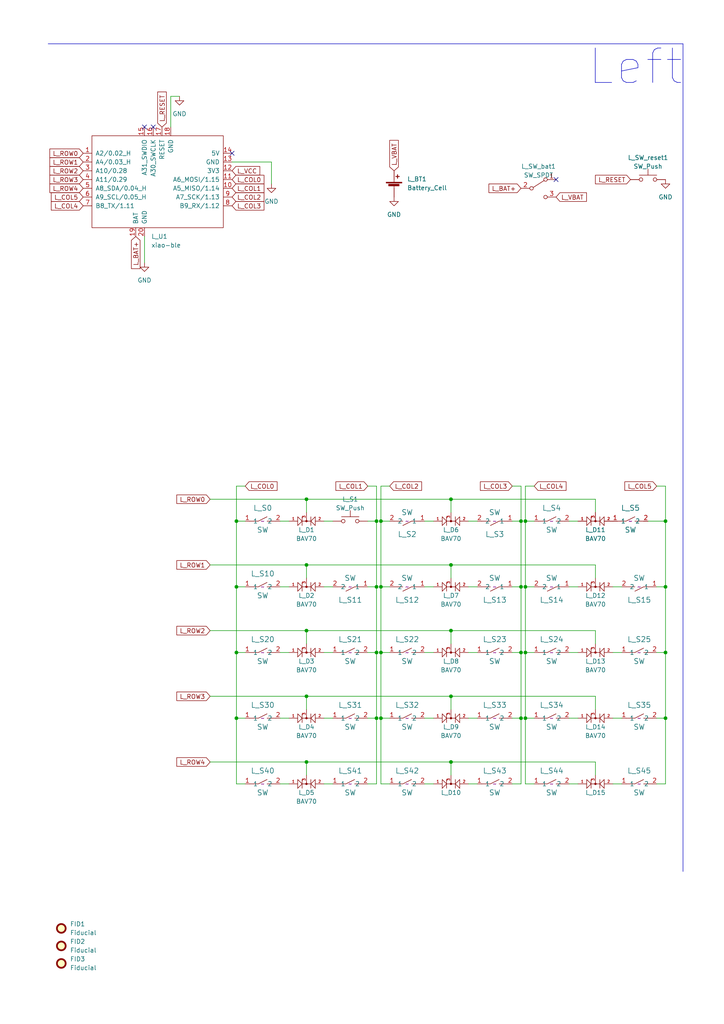
<source format=kicad_sch>
(kicad_sch (version 20230121) (generator eeschema)
  (paper "A4" portrait)
  (lib_symbols
    (symbol "Device:Battery_Cell" (pin_numbers hide) (pin_names (offset 0) hide)
      (property "Reference" "BT" (at 2.54 2.54 0))
      (property "Value" "Battery_Cell" (at 2.54 0 0))
      (symbol "Battery_Cell_0_1"
        (rectangle (start -2.286 1.778) (end 2.286 1.524) (fill (type outline)))
        (rectangle (start -1.5748 1.1938) (end 1.4732 0.6858) (fill (type outline)))
        (polyline (pts (xy 0 0.762) (xy 0 0)))
        (polyline (pts (xy 0 1.778) (xy 0 2.54)))
        (polyline (pts (xy 0.508 3.429) (xy 1.524 3.429)) (stroke (width 0.254)))
        (polyline (pts (xy 1.016 3.937) (xy 1.016 2.921)) (stroke (width 0.254)))
      )
      (symbol "Battery_Cell_1_1"
        (pin passive line (at 0 5.08 270) (length 2.54) (name "+") (number "1"))
        (pin passive line (at 0 -2.54 90) (length 2.54) (name "-") (number "2"))
      )
    )
    (symbol "Mechanical:Fiducial"
      (property "Reference" "FID" (at 0 5.08 0))
      (property "Value" "Fiducial" (at 0 3.175 0))
      (symbol "Fiducial_0_1"
        (circle (center 0 0) (radius 1.27) (stroke (width 0.508)) (fill (type background)))
      )
    )
    (symbol "Switch:SW_Push" (pin_numbers hide) (pin_names (offset 1.016) hide)
      (property "Reference" "SW" (at 1.27 2.54 0))
      (property "Value" "SW_Push" (at 0 -1.524 0))
      (symbol "SW_Push_0_1"
        (circle (center -2.032 0) (radius 0.508))
        (polyline (pts (xy 0 1.27) (xy 0 3.048)))
        (polyline (pts (xy 2.54 1.27) (xy -2.54 1.27)))
        (circle (center 2.032 0) (radius 0.508))
        (pin passive line (at -5.08 0 0) (length 2.54) (name "1") (number "1"))
        (pin passive line (at 5.08 0 180) (length 2.54) (name "2") (number "2"))
      )
    )
    (symbol "Switch:SW_SPDT" (pin_names (offset 0) hide)
      (property "Reference" "SW" (at 0 4.318 0))
      (property "Value" "SW_SPDT" (at 0 -5.08 0))
      (symbol "SW_SPDT_0_0"
        (circle (center -2.032 0) (radius 0.508))
        (circle (center 2.032 -2.54) (radius 0.508))
      )
      (symbol "SW_SPDT_0_1"
        (polyline (pts (xy -1.524 0.254) (xy 1.651 2.286)))
        (circle (center 2.032 2.54) (radius 0.508))
      )
      (symbol "SW_SPDT_1_1"
        (pin passive line (at 5.08 2.54 180) (length 2.54) (name "A") (number "1"))
        (pin passive line (at -5.08 0 0) (length 2.54) (name "B") (number "2"))
        (pin passive line (at 5.08 -2.54 180) (length 2.54) (name "C") (number "3"))
      )
    )
    (symbol "YAEMK:MX_1U" (pin_names (offset 1.016))
      (property "Reference" "S" (at 0 -2.54 0))
      (property "Value" "MX_1U" (at 0 3.81 0))
      (symbol "MX_1U_1_1"
        (polyline (pts (xy 2.54 0) (xy 1.27 0)))
        (polyline (pts (xy 3.81 0) (xy 2.54 0)))
        (polyline (pts (xy 1.27 1.27) (xy -1.27 0) (xy -3.81 0)))
        (pin bidirectional line (at -5.08 0 0) (length 1.27) (name "1") (number "1"))
        (pin bidirectional line (at 5.08 0 180) (length 1.27) (name "2") (number "2"))
      )
    )
    (symbol "hillside_basic:BAV70_Small" (pin_names (offset 0.762) hide)
      (property "Reference" "D" (at 0.635 -2.54 0))
      (property "Value" "BAV70_Small" (at 0 2.54 0))
      (symbol "BAV70_Small_0_1"
        (polyline (pts (xy -1.27 1.27) (xy -1.27 -1.27)))
        (polyline (pts (xy 1.27 0) (xy -1.27 0)))
        (polyline (pts (xy 1.27 1.27) (xy 1.27 -1.27)))
        (polyline (pts (xy -2.54 1.27) (xy -2.54 -1.27) (xy -1.27 0) (xy -2.54 1.27)))
        (polyline (pts (xy 2.54 1.27) (xy 2.54 -1.27) (xy 1.27 0) (xy 2.54 1.27)))
        (circle (center 0 0) (radius 0.254) (fill (type outline)))
      )
      (symbol "BAV70_Small_1_1"
        (pin input line (at -5.08 0 0) (length 2.54) (name "A1") (number "1"))
        (pin input line (at 5.08 0 180) (length 2.54) (name "A2") (number "2"))
        (pin passive line (at 0 -2.54 90) (length 2.54) (name "K") (number "3"))
      )
    )
    (symbol "power:GND" (power) (pin_names (offset 0))
      (property "Value" "GND" (at 0 -3.81 0))
      (symbol "GND_0_1"
        (polyline (pts (xy 0 0) (xy 0 -1.27) (xy 1.27 -1.27) (xy 0 -2.54) (xy -1.27 -1.27) (xy 0 -1.27)))
      )
      (symbol "GND_1_1"
        (pin power_in line (at 0 0 270) (length 0) hide (name "GND") (number "1"))
      )
    )
    (symbol "sepp:xiao-ble-geist" (pin_names (offset 1.016))
      (property "Reference" "U1" (at -19.304 17.78 0))
      (property "Value" "xiao-ble" (at -19.304 15.24 0))
      (symbol "xiao-ble-geist_0_1"
        (rectangle (start -19.05 12.7) (end 19.05 -13.97))
      )
      (symbol "xiao-ble-geist_1_1"
        (pin bidirectional line (at -21.59 7.62 0) (length 2.54) (name "A2/0.02_H") (number "1"))
        (pin bidirectional line (at 21.59 -2.54 180) (length 2.54) (name "A5_MISO/1.14") (number "10"))
        (pin bidirectional line (at 21.59 0 180) (length 2.54) (name "A6_MOSI/1.15") (number "11"))
        (pin power_out line (at 21.59 2.54 180) (length 2.54) (name "3V3") (number "12"))
        (pin power_out line (at 21.59 5.08 180) (length 2.54) (name "GND") (number "13"))
        (pin power_out line (at 21.59 7.62 180) (length 2.54) (name "5V") (number "14"))
        (pin input line (at -3.81 15.24 270) (length 2.54) (name "A31_SWDIO") (number "15"))
        (pin input line (at -1.27 15.24 270) (length 2.54) (name "A30_SWCLK") (number "16"))
        (pin input line (at 1.27 15.24 270) (length 2.54) (name "RESET") (number "17"))
        (pin power_out line (at 3.81 15.24 270) (length 2.54) (name "GND") (number "18"))
        (pin bidirectional line (at -6.35 -16.51 90) (length 2.54) (name "BAT") (number "19"))
        (pin bidirectional line (at -21.59 5.08 0) (length 2.54) (name "A4/0.03_H") (number "2"))
        (pin power_out line (at -3.81 -16.51 90) (length 2.54) (name "GND") (number "20"))
        (pin bidirectional line (at -21.59 2.54 0) (length 2.54) (name "A10/0.28") (number "3"))
        (pin bidirectional line (at -21.59 0 0) (length 2.54) (name "A11/0.29") (number "4"))
        (pin bidirectional line (at -21.59 -2.54 0) (length 2.54) (name "A8_SDA/0.04_H") (number "5"))
        (pin bidirectional line (at -21.59 -5.08 0) (length 2.54) (name "A9_SCL/0.05_H") (number "6"))
        (pin bidirectional line (at -21.59 -7.62 0) (length 2.54) (name "B8_TX/1.11") (number "7"))
        (pin bidirectional line (at 21.59 -7.62 180) (length 2.54) (name "B9_RX/1.12") (number "8"))
        (pin bidirectional line (at 21.59 -5.08 180) (length 2.54) (name "A7_SCK/1.13") (number "9"))
      )
    )
  )
  (junction (at 152.4 151.13))
  (junction (at 88.9 182.88))
  (junction (at 151.13 170.18))
  (junction (at 68.58 170.18))
  (junction (at 88.9 144.78))
  (junction (at 109.22 208.28))
  (junction (at 151.13 189.23))
  (junction (at 152.4 189.23))
  (junction (at 130.81 182.88))
  (junction (at 193.04 151.13))
  (junction (at 110.49 189.23))
  (junction (at 130.81 144.78))
  (junction (at 68.58 189.23))
  (junction (at 68.58 151.13))
  (junction (at 152.4 208.28))
  (junction (at 130.81 220.98))
  (junction (at 109.22 170.18))
  (junction (at 88.9 220.98))
  (junction (at 193.04 170.18))
  (junction (at 110.49 151.13))
  (junction (at 109.22 189.23))
  (junction (at 193.04 189.23))
  (junction (at 151.13 151.13))
  (junction (at 151.13 208.28))
  (junction (at 110.49 170.18))
  (junction (at 130.81 201.93))
  (junction (at 68.58 208.28))
  (junction (at 193.04 208.28))
  (junction (at 130.81 163.83))
  (junction (at 88.9 201.93))
  (junction (at 109.22 151.13))
  (junction (at 110.49 208.28))
  (junction (at 152.4 170.18))
  (junction (at 88.9 163.83))
  (no_connect (at 161.29 52.07))
  (no_connect (at 67.31 44.45))
  (no_connect (at 41.91 36.83))
  (no_connect (at 44.45 36.83))
  (bus_entry (at 236.22 228.6) (size 2.54 2.54))
  (wire (pts (xy 88.9 144.78) (xy 130.81 144.78)))
  (wire (pts (xy 110.49 208.28) (xy 110.49 189.23)))
  (wire (pts (xy 193.04 140.97) (xy 190.5 140.97)))
  (wire (pts (xy 148.59 208.28) (xy 151.13 208.28)))
  (wire (pts (xy 110.49 151.13) (xy 110.49 140.97)))
  (wire (pts (xy 152.4 208.28) (xy 154.94 208.28)))
  (wire (pts (xy 110.49 170.18) (xy 110.49 151.13)))
  (wire (pts (xy 68.58 208.28) (xy 68.58 227.33)))
  (wire (pts (xy 190.5 227.33) (xy 193.04 227.33)))
  (wire (pts (xy 154.94 227.33) (xy 152.4 227.33)))
  (wire (pts (xy 109.22 151.13) (xy 109.22 140.97)))
  (wire (pts (xy 68.58 208.28) (xy 71.12 208.28)))
  (wire (pts (xy 152.4 170.18) (xy 154.94 170.18)))
  (wire (pts (xy 88.9 182.88) (xy 130.81 182.88)))
  (wire (pts (xy 130.81 220.98) (xy 130.81 224.79)))
  (wire (pts (xy 68.58 189.23) (xy 71.12 189.23)))
  (wire (pts (xy 68.58 227.33) (xy 71.12 227.33)))
  (wire (pts (xy 110.49 151.13) (xy 113.03 151.13)))
  (wire (pts (xy 106.68 189.23) (xy 109.22 189.23)))
  (wire (pts (xy 135.89 227.33) (xy 138.43 227.33)))
  (wire (pts (xy 190.5 189.23) (xy 193.04 189.23)))
  (wire (pts (xy 110.49 189.23) (xy 110.49 170.18)))
  (wire (pts (xy 109.22 208.28) (xy 109.22 227.33)))
  (wire (pts (xy 68.58 151.13) (xy 71.12 151.13)))
  (wire (pts (xy 88.9 163.83) (xy 88.9 167.64)))
  (wire (pts (xy 177.8 189.23) (xy 180.34 189.23)))
  (wire (pts (xy 151.13 151.13) (xy 151.13 140.97)))
  (wire (pts (xy 110.49 227.33) (xy 113.03 227.33)))
  (wire (pts (xy 68.58 170.18) (xy 71.12 170.18)))
  (wire (pts (xy 165.1 189.23) (xy 167.64 189.23)))
  (wire (pts (xy 193.04 189.23) (xy 193.04 170.18)))
  (wire (pts (xy 135.89 208.28) (xy 138.43 208.28)))
  (wire (pts (xy 88.9 201.93) (xy 88.9 205.74)))
  (wire (pts (xy 151.13 140.97) (xy 148.59 140.97)))
  (wire (pts (xy 93.98 189.23) (xy 96.52 189.23)))
  (wire (pts (xy 130.81 182.88) (xy 130.81 186.69)))
  (wire (pts (xy 172.72 182.88) (xy 172.72 186.69)))
  (wire (pts (xy 123.19 227.33) (xy 125.73 227.33)))
  (wire (pts (xy 172.72 220.98) (xy 172.72 224.79)))
  (wire (pts (xy 110.49 170.18) (xy 113.03 170.18)))
  (wire (pts (xy 190.5 208.28) (xy 193.04 208.28)))
  (wire (pts (xy 165.1 208.28) (xy 167.64 208.28)))
  (wire (pts (xy 81.28 227.33) (xy 83.82 227.33)))
  (wire (pts (xy 68.58 189.23) (xy 68.58 170.18)))
  (wire (pts (xy 130.81 144.78) (xy 130.81 148.59)))
  (wire (pts (xy 165.1 151.13) (xy 167.64 151.13)))
  (wire (pts (xy 130.81 182.88) (xy 172.72 182.88)))
  (wire (pts (xy 177.8 227.33) (xy 180.34 227.33)))
  (wire (pts (xy 151.13 208.28) (xy 151.13 189.23)))
  (wire (pts (xy 60.96 201.93) (xy 88.9 201.93)))
  (wire (pts (xy 93.98 151.13) (xy 96.52 151.13)))
  (wire (pts (xy 109.22 189.23) (xy 109.22 170.18)))
  (wire (pts (xy 172.72 201.93) (xy 172.72 205.74)))
  (wire (pts (xy 193.04 208.28) (xy 193.04 189.23)))
  (wire (pts (xy 52.07 27.94) (xy 49.53 27.94)))
  (wire (pts (xy 123.19 151.13) (xy 125.73 151.13)))
  (wire (pts (xy 60.96 182.88) (xy 88.9 182.88)))
  (wire (pts (xy 152.4 189.23) (xy 152.4 170.18)))
  (wire (pts (xy 41.91 76.2) (xy 41.91 68.58)))
  (wire (pts (xy 88.9 144.78) (xy 88.9 148.59)))
  (wire (pts (xy 130.81 144.78) (xy 172.72 144.78)))
  (wire (pts (xy 148.59 227.33) (xy 151.13 227.33)))
  (wire (pts (xy 187.96 151.13) (xy 193.04 151.13)))
  (wire (pts (xy 123.19 208.28) (xy 125.73 208.28)))
  (wire (pts (xy 177.8 208.28) (xy 180.34 208.28)))
  (wire (pts (xy 151.13 227.33) (xy 151.13 208.28)))
  (wire (pts (xy 190.5 170.18) (xy 193.04 170.18)))
  (wire (pts (xy 135.89 151.13) (xy 138.43 151.13)))
  (wire (pts (xy 81.28 208.28) (xy 83.82 208.28)))
  (wire (pts (xy 81.28 151.13) (xy 83.82 151.13)))
  (wire (pts (xy 109.22 227.33) (xy 106.68 227.33)))
  (wire (pts (xy 148.59 189.23) (xy 151.13 189.23)))
  (polyline (pts (xy 198.12 252.73) (xy 198.12 12.7)))
  (wire (pts (xy 109.22 140.97) (xy 106.68 140.97)))
  (wire (pts (xy 123.19 189.23) (xy 125.73 189.23)))
  (wire (pts (xy 110.49 208.28) (xy 110.49 227.33)))
  (wire (pts (xy 68.58 151.13) (xy 68.58 140.97)))
  (wire (pts (xy 130.81 220.98) (xy 172.72 220.98)))
  (wire (pts (xy 193.04 151.13) (xy 193.04 170.18)))
  (wire (pts (xy 135.89 189.23) (xy 138.43 189.23)))
  (wire (pts (xy 93.98 227.33) (xy 96.52 227.33)))
  (wire (pts (xy 152.4 170.18) (xy 152.4 151.13)))
  (wire (pts (xy 60.96 220.98) (xy 88.9 220.98)))
  (wire (pts (xy 60.96 144.78) (xy 88.9 144.78)))
  (wire (pts (xy 109.22 170.18) (xy 109.22 151.13)))
  (wire (pts (xy 151.13 170.18) (xy 151.13 151.13)))
  (wire (pts (xy 152.4 189.23) (xy 154.94 189.23)))
  (wire (pts (xy 130.81 163.83) (xy 130.81 167.64)))
  (wire (pts (xy 68.58 170.18) (xy 68.58 151.13)))
  (wire (pts (xy 152.4 151.13) (xy 152.4 140.97)))
  (wire (pts (xy 93.98 170.18) (xy 96.52 170.18)))
  (wire (pts (xy 81.28 189.23) (xy 83.82 189.23)))
  (wire (pts (xy 130.81 201.93) (xy 130.81 205.74)))
  (wire (pts (xy 68.58 208.28) (xy 68.58 189.23)))
  (wire (pts (xy 165.1 170.18) (xy 167.64 170.18)))
  (wire (pts (xy 106.68 151.13) (xy 109.22 151.13)))
  (wire (pts (xy 172.72 144.78) (xy 172.72 148.59)))
  (wire (pts (xy 130.81 163.83) (xy 172.72 163.83)))
  (wire (pts (xy 148.59 151.13) (xy 151.13 151.13)))
  (wire (pts (xy 106.68 170.18) (xy 109.22 170.18)))
  (wire (pts (xy 78.74 46.99) (xy 67.31 46.99)))
  (wire (pts (xy 60.96 163.83) (xy 88.9 163.83)))
  (wire (pts (xy 106.68 208.28) (xy 109.22 208.28)))
  (wire (pts (xy 130.81 201.93) (xy 172.72 201.93)))
  (wire (pts (xy 123.19 170.18) (xy 125.73 170.18)))
  (wire (pts (xy 177.8 170.18) (xy 180.34 170.18)))
  (wire (pts (xy 81.28 170.18) (xy 83.82 170.18)))
  (wire (pts (xy 110.49 140.97) (xy 113.03 140.97)))
  (wire (pts (xy 88.9 182.88) (xy 88.9 186.69)))
  (wire (pts (xy 193.04 140.97) (xy 193.04 151.13)))
  (wire (pts (xy 152.4 227.33) (xy 152.4 208.28)))
  (wire (pts (xy 88.9 201.93) (xy 130.81 201.93)))
  (wire (pts (xy 88.9 163.83) (xy 130.81 163.83)))
  (wire (pts (xy 49.53 27.94) (xy 49.53 36.83)))
  (wire (pts (xy 152.4 151.13) (xy 154.94 151.13)))
  (wire (pts (xy 88.9 220.98) (xy 88.9 224.79)))
  (wire (pts (xy 110.49 208.28) (xy 113.03 208.28)))
  (wire (pts (xy 93.98 208.28) (xy 96.52 208.28)))
  (wire (pts (xy 110.49 189.23) (xy 113.03 189.23)))
  (wire (pts (xy 151.13 189.23) (xy 151.13 170.18)))
  (wire (pts (xy 152.4 208.28) (xy 152.4 189.23)))
  (wire (pts (xy 68.58 140.97) (xy 71.12 140.97)))
  (wire (pts (xy 193.04 227.33) (xy 193.04 208.28)))
  (wire (pts (xy 88.9 220.98) (xy 130.81 220.98)))
  (wire (pts (xy 165.1 227.33) (xy 167.64 227.33)))
  (wire (pts (xy 109.22 208.28) (xy 109.22 189.23)))
  (wire (pts (xy 78.74 53.34) (xy 78.74 46.99)))
  (wire (pts (xy 135.89 170.18) (xy 138.43 170.18)))
  (wire (pts (xy 152.4 140.97) (xy 154.94 140.97)))
  (wire (pts (xy 148.59 170.18) (xy 151.13 170.18)))
  (wire (pts (xy 172.72 163.83) (xy 172.72 167.64)))
  (polyline (pts (xy 13.97 12.7) (xy 198.12 12.7)))
  (text "Left" (at 170.18 25.4 0) (effects (font (size 10 10)) (justify left bottom)))
  (global_label "L_COL2" (shape input) (at 113.03 140.97 0) (property "Intersheetrefs" "${INTERSHEET_REFS}" (effects hide)) (property "Referenzen zwischen Schaltplänen" "${INTERSHEET_REFS}" (effects hide)))
  (global_label "L_VCC" (shape input) (at 67.31 49.53 0) (property "Intersheetrefs" "${INTERSHEET_REFS}" (effects hide)))
  (global_label "L_ROW0" (shape input) (at 60.96 144.78 180) (property "Intersheetrefs" "${INTERSHEET_REFS}" (effects hide)) (property "Referenzen zwischen Schaltplänen" "${INTERSHEET_REFS}" (effects hide)))
  (global_label "L_ROW2" (shape input) (at 24.13 49.53 180) (property "Intersheetrefs" "${INTERSHEET_REFS}" (effects hide)))
  (global_label "L_ROW3" (shape input) (at 60.96 201.93 180) (property "Intersheetrefs" "${INTERSHEET_REFS}" (effects hide)) (property "Referenzen zwischen Schaltplänen" "${INTERSHEET_REFS}" (effects hide)))
  (global_label "L_COL5" (shape input) (at 190.5 140.97 180) (property "Intersheetrefs" "${INTERSHEET_REFS}" (effects hide)) (property "Referenzen zwischen Schaltplänen" "${INTERSHEET_REFS}" (effects hide)))
  (global_label "L_ROW1" (shape input) (at 60.96 163.83 180) (property "Intersheetrefs" "${INTERSHEET_REFS}" (effects hide)) (property "Referenzen zwischen Schaltplänen" "${INTERSHEET_REFS}" (effects hide)))
  (global_label "L_ROW0" (shape input) (at 24.13 44.45 180) (property "Intersheetrefs" "${INTERSHEET_REFS}" (effects hide)))
  (global_label "L_RESET" (shape input) (at 182.88 52.07 180) (property "Intersheetrefs" "${INTERSHEET_REFS}" (effects hide)))
  (global_label "L_VBAT" (shape input) (at 114.3 49.53 90) (property "Intersheetrefs" "${INTERSHEET_REFS}" (effects hide)))
  (global_label "L_COL1" (shape input) (at 67.31 54.61 0) (property "Intersheetrefs" "${INTERSHEET_REFS}" (effects hide)))
  (global_label "L_ROW4" (shape input) (at 60.96 220.98 180) (property "Intersheetrefs" "${INTERSHEET_REFS}" (effects hide)) (property "Referenzen zwischen Schaltplänen" "${INTERSHEET_REFS}" (effects hide)))
  (global_label "L_COL0" (shape input) (at 71.12 140.97 0) (property "Intersheetrefs" "${INTERSHEET_REFS}" (effects hide)) (property "Referenzen zwischen Schaltplänen" "${INTERSHEET_REFS}" (effects hide)))
  (global_label "L_VBAT" (shape input) (at 161.29 57.15 0) (property "Intersheetrefs" "${INTERSHEET_REFS}" (effects hide)))
  (global_label "L_ROW4" (shape input) (at 24.13 54.61 180) (property "Intersheetrefs" "${INTERSHEET_REFS}" (effects hide)))
  (global_label "L_COL1" (shape input) (at 106.68 140.97 180) (property "Intersheetrefs" "${INTERSHEET_REFS}" (effects hide)) (property "Referenzen zwischen Schaltplänen" "${INTERSHEET_REFS}" (effects hide)))
  (global_label "L_ROW2" (shape input) (at 60.96 182.88 180) (property "Intersheetrefs" "${INTERSHEET_REFS}" (effects hide)) (property "Referenzen zwischen Schaltplänen" "${INTERSHEET_REFS}" (effects hide)))
  (global_label "L_COL3" (shape input) (at 148.59 140.97 180) (property "Intersheetrefs" "${INTERSHEET_REFS}" (effects hide)) (property "Referenzen zwischen Schaltplänen" "${INTERSHEET_REFS}" (effects hide)))
  (global_label "L_COL4" (shape input) (at 24.13 59.69 180) (property "Intersheetrefs" "${INTERSHEET_REFS}" (effects hide)))
  (global_label "L_COL2" (shape input) (at 67.31 57.15 0) (property "Intersheetrefs" "${INTERSHEET_REFS}" (effects hide)))
  (global_label "L_COL0" (shape input) (at 67.31 52.07 0) (property "Intersheetrefs" "${INTERSHEET_REFS}" (effects hide)))
  (global_label "L_BAT+" (shape input) (at 39.37 68.58 270) (property "Intersheetrefs" "${INTERSHEET_REFS}" (effects hide)))
  (global_label "L_COL3" (shape input) (at 67.31 59.69 0) (property "Intersheetrefs" "${INTERSHEET_REFS}" (effects hide)))
  (global_label "L_RESET" (shape input) (at 46.99 36.83 90) (property "Intersheetrefs" "${INTERSHEET_REFS}" (effects hide)))
  (global_label "L_ROW3" (shape input) (at 24.13 52.07 180) (property "Intersheetrefs" "${INTERSHEET_REFS}" (effects hide)))
  (global_label "L_ROW1" (shape input) (at 24.13 46.99 180) (property "Intersheetrefs" "${INTERSHEET_REFS}" (effects hide)))
  (global_label "L_COL4" (shape input) (at 154.94 140.97 0) (property "Intersheetrefs" "${INTERSHEET_REFS}" (effects hide)) (property "Referenzen zwischen Schaltplänen" "${INTERSHEET_REFS}" (effects hide)))
  (global_label "L_COL5" (shape input) (at 24.13 57.15 180) (property "Intersheetrefs" "${INTERSHEET_REFS}" (effects hide)))
  (global_label "L_BAT+" (shape input) (at 151.13 54.61 180) (property "Intersheetrefs" "${INTERSHEET_REFS}" (effects hide)))
  (symbol (lib_id "hillside_basic:BAV70_Small") (at 130.81 189.23 0) (mirror x) (unit 1)
    (property "Reference" "L_D8" (at 130.81 191.77 0))
    (property "Value" "BAV70" (at 130.81 194.31 0))
    (property "Footprint" "Package_TO_SOT_SMD:SOT-23" (effects hide))
    (property "Datasheet" "https://assets.nexperia.com/documents/data-sheet/BAV70_SER.pdf" (effects hide))
  )
  (symbol (lib_id "YAEMK:MX_1U") (at 185.42 170.18 180) (unit 1)
    (property "Reference" "L_S15" (at 185.42 173.99 0) (effects (font (size 1.524 1.524))))
    (property "Value" "SW" (at 185.42 167.64 0) (effects (font (size 1.524 1.524))))
    (property "Footprint" "pretty:MX-1U-Hotswap" (effects hide))
    (property "Datasheet" "~" (at 185.42 170.18 0) (effects (font (size 1.524 1.524))))
    (property "JLCPCB BOM" "0" (effects hide))
  )
  (symbol (lib_id "YAEMK:MX_1U") (at 160.02 151.13 0) (unit 1)
    (property "Reference" "L_S4" (at 160.02 147.32 0) (effects (font (size 1.524 1.524))))
    (property "Value" "SW" (at 160.02 153.67 0) (effects (font (size 1.524 1.524))))
    (property "Footprint" "pretty:MX-1U-Hotswap" (effects hide))
    (property "Datasheet" "~" (at 160.02 151.13 0) (effects (font (size 1.524 1.524))))
    (property "JLCPCB BOM" "0" (effects hide))
  )
  (symbol (lib_id "sepp:xiao-ble-geist") (at 45.72 52.07 0) (unit 1)
    (property "Reference" "L_U1" (at 43.8659 68.58 0) (effects (justify left)))
    (property "Value" "xiao-ble" (at 43.8659 71.12 0) (effects (justify left)))
    (property "Footprint" "pretty:xiao-ble-smd-cutout" (effects hide))
  )
  (symbol (lib_id "YAEMK:MX_1U") (at 76.2 208.28 0) (unit 1)
    (property "Reference" "L_S30" (at 76.2 204.47 0) (effects (font (size 1.524 1.524))))
    (property "Value" "SW" (at 76.2 210.82 0) (effects (font (size 1.524 1.524))))
    (property "Footprint" "pretty:MX-1U-Hotswap" (effects hide))
    (property "Datasheet" "~" (at 76.2 208.28 0) (effects (font (size 1.524 1.524))))
    (property "JLCPCB BOM" "0" (effects hide))
  )
  (symbol (lib_id "hillside_basic:BAV70_Small") (at 88.9 227.33 0) (mirror x) (unit 1)
    (property "Reference" "L_D5" (at 88.9 229.87 0))
    (property "Value" "BAV70" (at 88.9 232.41 0))
    (property "Footprint" "Package_TO_SOT_SMD:SOT-23" (effects hide))
    (property "Datasheet" "https://assets.nexperia.com/documents/data-sheet/BAV70_SER.pdf" (effects hide))
  )
  (symbol (lib_id "power:GND") (at 52.07 27.94 0) (unit 1)
    (property "Reference" "#PWR07" (effects hide))
    (property "Value" "GND" (at 52.07 33.02 0))
  )
  (symbol (lib_id "YAEMK:MX_1U") (at 101.6 189.23 0) (unit 1)
    (property "Reference" "L_S21" (at 101.6 185.42 0) (effects (font (size 1.524 1.524))))
    (property "Value" "SW" (at 101.6 191.77 0) (effects (font (size 1.524 1.524))))
    (property "Footprint" "pretty:MX-1U-Hotswap" (effects hide))
    (property "Datasheet" "~" (at 101.6 189.23 0) (effects (font (size 1.524 1.524))))
    (property "JLCPCB BOM" "0" (effects hide))
  )
  (symbol (lib_id "YAEMK:MX_1U") (at 118.11 170.18 180) (unit 1)
    (property "Reference" "L_S12" (at 118.11 173.99 0) (effects (font (size 1.524 1.524))))
    (property "Value" "SW" (at 118.11 167.64 0) (effects (font (size 1.524 1.524))))
    (property "Footprint" "pretty:MX-1U-Hotswap" (effects hide))
    (property "Datasheet" "~" (at 118.11 170.18 0) (effects (font (size 1.524 1.524))))
    (property "JLCPCB BOM" "0" (effects hide))
  )
  (symbol (lib_id "power:GND") (at 78.74 53.34 0) (unit 1)
    (property "Reference" "#PWR08" (effects hide))
    (property "Value" "GND" (at 78.74 58.42 0))
  )
  (symbol (lib_id "hillside_basic:BAV70_Small") (at 130.81 151.13 0) (mirror x) (unit 1)
    (property "Reference" "L_D6" (at 130.81 153.67 0))
    (property "Value" "BAV70" (at 130.81 156.21 0))
    (property "Footprint" "Package_TO_SOT_SMD:SOT-23" (effects hide))
    (property "Datasheet" "https://assets.nexperia.com/documents/data-sheet/BAV70_SER.pdf" (effects hide))
  )
  (symbol (lib_id "YAEMK:MX_1U") (at 101.6 227.33 0) (unit 1)
    (property "Reference" "L_S41" (at 101.6 223.52 0) (effects (font (size 1.524 1.524))))
    (property "Value" "SW" (at 101.6 229.87 0) (effects (font (size 1.524 1.524))))
    (property "Footprint" "pretty:MX-1U-Hotswap" (effects hide))
    (property "Datasheet" "~" (at 101.6 227.33 0) (effects (font (size 1.524 1.524))))
    (property "JLCPCB BOM" "0" (effects hide))
  )
  (symbol (lib_id "YAEMK:MX_1U") (at 182.88 151.13 0) (unit 1)
    (property "Reference" "L_S5" (at 182.88 147.32 0) (effects (font (size 1.524 1.524))))
    (property "Value" "SW" (at 182.88 153.67 0) (effects (font (size 1.524 1.524))))
    (property "Footprint" "pretty:MX-1U-Hotswap" (effects hide))
    (property "Datasheet" "~" (at 182.88 151.13 0) (effects (font (size 1.524 1.524))))
    (property "JLCPCB BOM" "0" (effects hide))
  )
  (symbol (lib_id "YAEMK:MX_1U") (at 143.51 189.23 0) (unit 1)
    (property "Reference" "L_S23" (at 143.51 185.42 0) (effects (font (size 1.524 1.524))))
    (property "Value" "SW" (at 143.51 191.77 0) (effects (font (size 1.524 1.524))))
    (property "Footprint" "pretty:MX-1U-Hotswap" (effects hide))
    (property "Datasheet" "~" (at 143.51 189.23 0) (effects (font (size 1.524 1.524))))
    (property "JLCPCB BOM" "0" (effects hide))
  )
  (symbol (lib_id "hillside_basic:BAV70_Small") (at 172.72 189.23 0) (mirror x) (unit 1)
    (property "Reference" "L_D13" (at 172.72 191.77 0))
    (property "Value" "BAV70" (at 172.72 194.31 0))
    (property "Footprint" "Package_TO_SOT_SMD:SOT-23" (effects hide))
    (property "Datasheet" "https://assets.nexperia.com/documents/data-sheet/BAV70_SER.pdf" (effects hide))
  )
  (symbol (lib_id "YAEMK:MX_1U") (at 160.02 170.18 180) (unit 1)
    (property "Reference" "L_S14" (at 160.02 173.99 0) (effects (font (size 1.524 1.524))))
    (property "Value" "SW" (at 160.02 167.64 0) (effects (font (size 1.524 1.524))))
    (property "Footprint" "pretty:MX-1U-Hotswap" (effects hide))
    (property "Datasheet" "~" (at 160.02 170.18 0) (effects (font (size 1.524 1.524))))
    (property "JLCPCB BOM" "0" (effects hide))
  )
  (symbol (lib_id "hillside_basic:BAV70_Small") (at 88.9 151.13 0) (mirror x) (unit 1)
    (property "Reference" "L_D1" (at 88.9 153.67 0))
    (property "Value" "BAV70" (at 88.9 156.21 0))
    (property "Footprint" "Package_TO_SOT_SMD:SOT-23" (effects hide))
    (property "Datasheet" "https://assets.nexperia.com/documents/data-sheet/BAV70_SER.pdf" (effects hide))
  )
  (symbol (lib_id "power:GND") (at 193.04 52.07 0) (unit 1)
    (property "Reference" "#PWR010" (effects hide))
    (property "Value" "GND" (at 193.04 57.15 0))
  )
  (symbol (lib_id "power:GND") (at 114.3 57.15 0) (unit 1)
    (property "Reference" "#PWR09" (effects hide))
    (property "Value" "GND" (at 114.3 62.23 0))
  )
  (symbol (lib_id "YAEMK:MX_1U") (at 185.42 208.28 0) (unit 1)
    (property "Reference" "L_S35" (at 185.42 204.47 0) (effects (font (size 1.524 1.524))))
    (property "Value" "SW" (at 185.42 210.82 0) (effects (font (size 1.524 1.524))))
    (property "Footprint" "pretty:MX-1U-Hotswap" (effects hide))
    (property "Datasheet" "~" (at 185.42 208.28 0) (effects (font (size 1.524 1.524))))
    (property "JLCPCB BOM" "0" (effects hide))
  )
  (symbol (lib_id "hillside_basic:BAV70_Small") (at 88.9 170.18 0) (mirror x) (unit 1)
    (property "Reference" "L_D2" (at 88.9 172.72 0))
    (property "Value" "BAV70" (at 88.9 175.26 0))
    (property "Footprint" "Package_TO_SOT_SMD:SOT-23" (effects hide))
    (property "Datasheet" "https://assets.nexperia.com/documents/data-sheet/BAV70_SER.pdf" (effects hide))
  )
  (symbol (lib_id "Mechanical:Fiducial") (at 17.78 279.4 0) (unit 1)
    (property "Reference" "FID3" (at 20.32 278.1299 0) (effects (justify left)))
    (property "Value" "Fiducial" (at 20.32 280.6699 0) (effects (justify left)))
    (property "Footprint" "Fiducial:Fiducial_1mm_Mask2mm" (effects hide))
  )
  (symbol (lib_id "hillside_basic:BAV70_Small") (at 130.81 170.18 0) (mirror x) (unit 1)
    (property "Reference" "L_D7" (at 130.81 172.72 0))
    (property "Value" "BAV70" (at 130.81 175.26 0))
    (property "Footprint" "Package_TO_SOT_SMD:SOT-23" (effects hide))
    (property "Datasheet" "https://assets.nexperia.com/documents/data-sheet/BAV70_SER.pdf" (effects hide))
  )
  (symbol (lib_id "YAEMK:MX_1U") (at 118.11 189.23 0) (unit 1)
    (property "Reference" "L_S22" (at 118.11 185.42 0) (effects (font (size 1.524 1.524))))
    (property "Value" "SW" (at 118.11 191.77 0) (effects (font (size 1.524 1.524))))
    (property "Footprint" "pretty:MX-1U-Hotswap" (effects hide))
    (property "Datasheet" "~" (at 118.11 189.23 0) (effects (font (size 1.524 1.524))))
    (property "JLCPCB BOM" "0" (effects hide))
  )
  (symbol (lib_id "YAEMK:MX_1U") (at 143.51 227.33 0) (unit 1)
    (property "Reference" "L_S43" (at 143.51 223.52 0) (effects (font (size 1.524 1.524))))
    (property "Value" "SW" (at 143.51 229.87 0) (effects (font (size 1.524 1.524))))
    (property "Footprint" "pretty:MX-1U-Hotswap" (effects hide))
    (property "Datasheet" "~" (at 143.51 227.33 0) (effects (font (size 1.524 1.524))))
    (property "JLCPCB BOM" "0" (effects hide))
  )
  (symbol (lib_id "Switch:SW_Push") (at 187.96 52.07 0) (unit 1)
    (property "Reference" "L_SW_reset1" (at 187.96 45.72 0))
    (property "Value" "SW_Push" (at 187.96 48.26 0))
    (property "Footprint" "Button_Switch_SMD:SW_SPST_TL3342" (effects hide))
  )
  (symbol (lib_id "YAEMK:MX_1U") (at 118.11 208.28 0) (unit 1)
    (property "Reference" "L_S32" (at 118.11 204.47 0) (effects (font (size 1.524 1.524))))
    (property "Value" "SW" (at 118.11 210.82 0) (effects (font (size 1.524 1.524))))
    (property "Footprint" "pretty:MX-1U-Hotswap" (effects hide))
    (property "Datasheet" "~" (at 118.11 208.28 0) (effects (font (size 1.524 1.524))))
    (property "JLCPCB BOM" "0" (effects hide))
  )
  (symbol (lib_id "YAEMK:MX_1U") (at 185.42 189.23 0) (unit 1)
    (property "Reference" "L_S25" (at 185.42 185.42 0) (effects (font (size 1.524 1.524))))
    (property "Value" "SW" (at 185.42 191.77 0) (effects (font (size 1.524 1.524))))
    (property "Footprint" "pretty:MX-1U-Hotswap" (effects hide))
    (property "Datasheet" "~" (at 185.42 189.23 0) (effects (font (size 1.524 1.524))))
    (property "JLCPCB BOM" "0" (effects hide))
  )
  (symbol (lib_id "hillside_basic:BAV70_Small") (at 88.9 208.28 0) (mirror x) (unit 1)
    (property "Reference" "L_D4" (at 88.9 210.82 0))
    (property "Value" "BAV70" (at 88.9 213.36 0))
    (property "Footprint" "Package_TO_SOT_SMD:SOT-23" (effects hide))
    (property "Datasheet" "https://assets.nexperia.com/documents/data-sheet/BAV70_SER.pdf" (effects hide))
  )
  (symbol (lib_id "YAEMK:MX_1U") (at 76.2 151.13 0) (unit 1)
    (property "Reference" "L_S0" (at 76.2 147.32 0) (effects (font (size 1.524 1.524))))
    (property "Value" "SW" (at 76.2 153.67 0) (effects (font (size 1.524 1.524))))
    (property "Footprint" "pretty:MX-1U-Hotswap" (effects hide))
    (property "Datasheet" "~" (at 76.2 151.13 0) (effects (font (size 1.524 1.524))))
    (property "JLCPCB BOM" "0" (effects hide))
  )
  (symbol (lib_id "Device:Battery_Cell") (at 114.3 54.61 0) (unit 1)
    (property "Reference" "L_BT1" (at 118.11 51.943 0) (effects (justify left)))
    (property "Value" "Battery_Cell" (at 118.11 54.483 0) (effects (justify left)))
    (property "Footprint" "Connector_JST:JST_PH_S2B-PH-K_1x02_P2.00mm_Horizontal" (effects hide))
  )
  (symbol (lib_id "YAEMK:MX_1U") (at 101.6 170.18 180) (unit 1)
    (property "Reference" "L_S11" (at 101.6 173.99 0) (effects (font (size 1.524 1.524))))
    (property "Value" "SW" (at 101.6 167.64 0) (effects (font (size 1.524 1.524))))
    (property "Footprint" "pretty:MX-1U-Hotswap" (effects hide))
    (property "Datasheet" "~" (at 101.6 170.18 0) (effects (font (size 1.524 1.524))))
    (property "JLCPCB BOM" "0" (effects hide))
  )
  (symbol (lib_id "hillside_basic:BAV70_Small") (at 172.72 151.13 0) (mirror x) (unit 1)
    (property "Reference" "L_D11" (at 172.72 153.67 0))
    (property "Value" "BAV70" (at 172.72 156.21 0))
    (property "Footprint" "Package_TO_SOT_SMD:SOT-23" (effects hide))
    (property "Datasheet" "https://assets.nexperia.com/documents/data-sheet/BAV70_SER.pdf" (effects hide))
  )
  (symbol (lib_id "hillside_basic:BAV70_Small") (at 172.72 227.33 0) (mirror x) (unit 1)
    (property "Reference" "L_D15" (at 172.72 229.87 0))
    (property "Value" "BAV70" (effects hide))
    (property "Footprint" "Package_TO_SOT_SMD:SOT-23" (effects hide))
    (property "Datasheet" "https://assets.nexperia.com/documents/data-sheet/BAV70_SER.pdf" (effects hide))
  )
  (symbol (lib_id "YAEMK:MX_1U") (at 76.2 170.18 0) (unit 1)
    (property "Reference" "L_S10" (at 76.2 166.37 0) (effects (font (size 1.524 1.524))))
    (property "Value" "SW" (at 76.2 172.72 0) (effects (font (size 1.524 1.524))))
    (property "Footprint" "pretty:MX-1U-Hotswap" (effects hide))
    (property "Datasheet" "~" (at 76.2 170.18 0) (effects (font (size 1.524 1.524))))
    (property "JLCPCB BOM" "0" (effects hide))
  )
  (symbol (lib_id "YAEMK:MX_1U") (at 143.51 170.18 180) (unit 1)
    (property "Reference" "L_S13" (at 143.51 173.99 0) (effects (font (size 1.524 1.524))))
    (property "Value" "SW" (at 143.51 167.64 0) (effects (font (size 1.524 1.524))))
    (property "Footprint" "pretty:MX-1U-Hotswap" (effects hide))
    (property "Datasheet" "~" (at 143.51 170.18 0) (effects (font (size 1.524 1.524))))
    (property "JLCPCB BOM" "0" (effects hide))
  )
  (symbol (lib_id "hillside_basic:BAV70_Small") (at 130.81 208.28 0) (mirror x) (unit 1)
    (property "Reference" "L_D9" (at 130.81 210.82 0))
    (property "Value" "BAV70" (at 130.81 213.36 0))
    (property "Footprint" "Package_TO_SOT_SMD:SOT-23" (effects hide))
    (property "Datasheet" "https://assets.nexperia.com/documents/data-sheet/BAV70_SER.pdf" (effects hide))
  )
  (symbol (lib_id "YAEMK:MX_1U") (at 160.02 208.28 0) (unit 1)
    (property "Reference" "L_S34" (at 160.02 204.47 0) (effects (font (size 1.524 1.524))))
    (property "Value" "SW" (at 160.02 210.82 0) (effects (font (size 1.524 1.524))))
    (property "Footprint" "pretty:MX-1U-Hotswap" (effects hide))
    (property "Datasheet" "~" (at 160.02 208.28 0) (effects (font (size 1.524 1.524))))
    (property "JLCPCB BOM" "0" (effects hide))
  )
  (symbol (lib_id "hillside_basic:BAV70_Small") (at 130.81 227.33 0) (mirror x) (unit 1)
    (property "Reference" "L_D10" (at 130.81 229.87 0))
    (property "Value" "BAV70" (effects hide))
    (property "Footprint" "Package_TO_SOT_SMD:SOT-23" (effects hide))
    (property "Datasheet" "https://assets.nexperia.com/documents/data-sheet/BAV70_SER.pdf" (effects hide))
  )
  (symbol (lib_id "YAEMK:MX_1U") (at 185.42 227.33 0) (unit 1)
    (property "Reference" "L_S45" (at 185.42 223.52 0) (effects (font (size 1.524 1.524))))
    (property "Value" "SW" (at 185.42 229.87 0) (effects (font (size 1.524 1.524))))
    (property "Footprint" "pretty:MX-1U-Hotswap" (effects hide))
    (property "Datasheet" "~" (at 185.42 227.33 0) (effects (font (size 1.524 1.524))))
    (property "JLCPCB BOM" "0" (effects hide))
  )
  (symbol (lib_id "Switch:SW_Push") (at 101.6 151.13 0) (unit 1)
    (property "Reference" "L_S1" (at 101.6 144.78 0))
    (property "Value" "SW_Push" (at 101.6 147.32 0))
    (property "Footprint" "pretty:PushSW" (effects hide))
  )
  (symbol (lib_id "YAEMK:MX_1U") (at 160.02 189.23 0) (unit 1)
    (property "Reference" "L_S24" (at 160.02 185.42 0) (effects (font (size 1.524 1.524))))
    (property "Value" "SW" (at 160.02 191.77 0) (effects (font (size 1.524 1.524))))
    (property "Footprint" "pretty:MX-1U-Hotswap" (effects hide))
    (property "Datasheet" "~" (at 160.02 189.23 0) (effects (font (size 1.524 1.524))))
    (property "JLCPCB BOM" "0" (effects hide))
  )
  (symbol (lib_id "power:GND") (at 41.91 76.2 0) (unit 1)
    (property "Reference" "#PWR04" (effects hide))
    (property "Value" "GND" (at 41.91 81.28 0))
  )
  (symbol (lib_id "YAEMK:MX_1U") (at 143.51 151.13 180) (unit 1)
    (property "Reference" "L_S3" (at 143.51 154.94 0) (effects (font (size 1.524 1.524))))
    (property "Value" "SW" (at 143.51 148.59 0) (effects (font (size 1.524 1.524))))
    (property "Footprint" "pretty:MX-1U-Hotswap" (effects hide))
    (property "Datasheet" "~" (at 143.51 151.13 0) (effects (font (size 1.524 1.524))))
    (property "JLCPCB BOM" "0" (effects hide))
  )
  (symbol (lib_id "Mechanical:Fiducial") (at 17.78 269.24 0) (unit 1)
    (property "Reference" "FID1" (at 20.32 267.9699 0) (effects (justify left)))
    (property "Value" "Fiducial" (at 20.32 270.5099 0) (effects (justify left)))
    (property "Footprint" "Fiducial:Fiducial_1mm_Mask2mm" (effects hide))
  )
  (symbol (lib_id "Mechanical:Fiducial") (at 17.78 274.32 0) (unit 1)
    (property "Reference" "FID2" (at 20.32 273.0499 0) (effects (justify left)))
    (property "Value" "Fiducial" (at 20.32 275.5899 0) (effects (justify left)))
    (property "Footprint" "Fiducial:Fiducial_1mm_Mask2mm" (effects hide))
  )
  (symbol (lib_id "YAEMK:MX_1U") (at 76.2 189.23 0) (unit 1)
    (property "Reference" "L_S20" (at 76.2 185.42 0) (effects (font (size 1.524 1.524))))
    (property "Value" "SW" (at 76.2 191.77 0) (effects (font (size 1.524 1.524))))
    (property "Footprint" "pretty:MX-1U-Hotswap" (effects hide))
    (property "Datasheet" "~" (at 76.2 189.23 0) (effects (font (size 1.524 1.524))))
    (property "JLCPCB BOM" "0" (effects hide))
  )
  (symbol (lib_id "YAEMK:MX_1U") (at 118.11 227.33 0) (unit 1)
    (property "Reference" "L_S42" (at 118.11 223.52 0) (effects (font (size 1.524 1.524))))
    (property "Value" "SW" (at 118.11 229.87 0) (effects (font (size 1.524 1.524))))
    (property "Footprint" "pretty:MX-1U-Hotswap" (effects hide))
    (property "Datasheet" "~" (at 118.11 227.33 0) (effects (font (size 1.524 1.524))))
    (property "JLCPCB BOM" "0" (effects hide))
  )
  (symbol (lib_id "Switch:SW_SPDT") (at 156.21 54.61 0) (unit 1)
    (property "Reference" "L_SW_bat1" (at 156.21 48.26 0))
    (property "Value" "SW_SPDT" (at 156.21 50.8 0))
    (property "Footprint" "sepp:switch-MSK-12C02-smd" (effects hide))
  )
  (symbol (lib_id "YAEMK:MX_1U") (at 160.02 227.33 0) (unit 1)
    (property "Reference" "L_S44" (at 160.02 223.52 0) (effects (font (size 1.524 1.524))))
    (property "Value" "SW" (at 160.02 229.87 0) (effects (font (size 1.524 1.524))))
    (property "Footprint" "pretty:MX-1U-Hotswap" (effects hide))
    (property "Datasheet" "~" (at 160.02 227.33 0) (effects (font (size 1.524 1.524))))
    (property "JLCPCB BOM" "0" (effects hide))
  )
  (symbol (lib_id "hillside_basic:BAV70_Small") (at 88.9 189.23 0) (mirror x) (unit 1)
    (property "Reference" "L_D3" (at 88.9 191.77 0))
    (property "Value" "BAV70" (at 88.9 194.31 0))
    (property "Footprint" "Package_TO_SOT_SMD:SOT-23" (effects hide))
    (property "Datasheet" "https://assets.nexperia.com/documents/data-sheet/BAV70_SER.pdf" (effects hide))
  )
  (symbol (lib_id "hillside_basic:BAV70_Small") (at 172.72 208.28 0) (mirror x) (unit 1)
    (property "Reference" "L_D14" (at 172.72 210.82 0))
    (property "Value" "BAV70" (at 172.72 213.36 0))
    (property "Footprint" "Package_TO_SOT_SMD:SOT-23" (effects hide))
    (property "Datasheet" "https://assets.nexperia.com/documents/data-sheet/BAV70_SER.pdf" (effects hide))
  )
  (symbol (lib_id "YAEMK:MX_1U") (at 101.6 208.28 0) (unit 1)
    (property "Reference" "L_S31" (at 101.6 204.47 0) (effects (font (size 1.524 1.524))))
    (property "Value" "SW" (at 101.6 210.82 0) (effects (font (size 1.524 1.524))))
    (property "Footprint" "pretty:MX-1U-Hotswap" (effects hide))
    (property "Datasheet" "~" (at 101.6 208.28 0) (effects (font (size 1.524 1.524))))
    (property "JLCPCB BOM" "0" (effects hide))
  )
  (symbol (lib_id "YAEMK:MX_1U") (at 118.11 151.13 180) (unit 1)
    (property "Reference" "L_S2" (at 118.11 154.94 0) (effects (font (size 1.524 1.524))))
    (property "Value" "SW" (at 118.11 148.59 0) (effects (font (size 1.524 1.524))))
    (property "Footprint" "pretty:MX-1U-Hotswap" (effects hide))
    (property "Datasheet" "~" (at 118.11 151.13 0) (effects (font (size 1.524 1.524))))
    (property "JLCPCB BOM" "0" (effects hide))
  )
  (symbol (lib_id "hillside_basic:BAV70_Small") (at 172.72 170.18 0) (mirror x) (unit 1)
    (property "Reference" "L_D12" (at 172.72 172.72 0))
    (property "Value" "BAV70" (at 172.72 175.26 0))
    (property "Footprint" "Package_TO_SOT_SMD:SOT-23" (effects hide))
    (property "Datasheet" "https://assets.nexperia.com/documents/data-sheet/BAV70_SER.pdf" (effects hide))
  )
  (symbol (lib_id "YAEMK:MX_1U") (at 143.51 208.28 0) (unit 1)
    (property "Reference" "L_S33" (at 143.51 204.47 0) (effects (font (size 1.524 1.524))))
    (property "Value" "SW" (at 143.51 210.82 0) (effects (font (size 1.524 1.524))))
    (property "Footprint" "pretty:MX-1U-Hotswap" (effects hide))
    (property "Datasheet" "~" (at 143.51 208.28 0) (effects (font (size 1.524 1.524))))
    (property "JLCPCB BOM" "0" (effects hide))
  )
  (symbol (lib_id "YAEMK:MX_1U") (at 76.2 227.33 0) (unit 1)
    (property "Reference" "L_S40" (at 76.2 223.52 0) (effects (font (size 1.524 1.524))))
    (property "Value" "SW" (at 76.2 229.87 0) (effects (font (size 1.524 1.524))))
    (property "Footprint" "pretty:MX-1U-Hotswap" (effects hide))
    (property "Datasheet" "~" (at 76.2 227.33 0) (effects (font (size 1.524 1.524))))
    (property "JLCPCB BOM" "0" (effects hide))
  )
)
</source>
